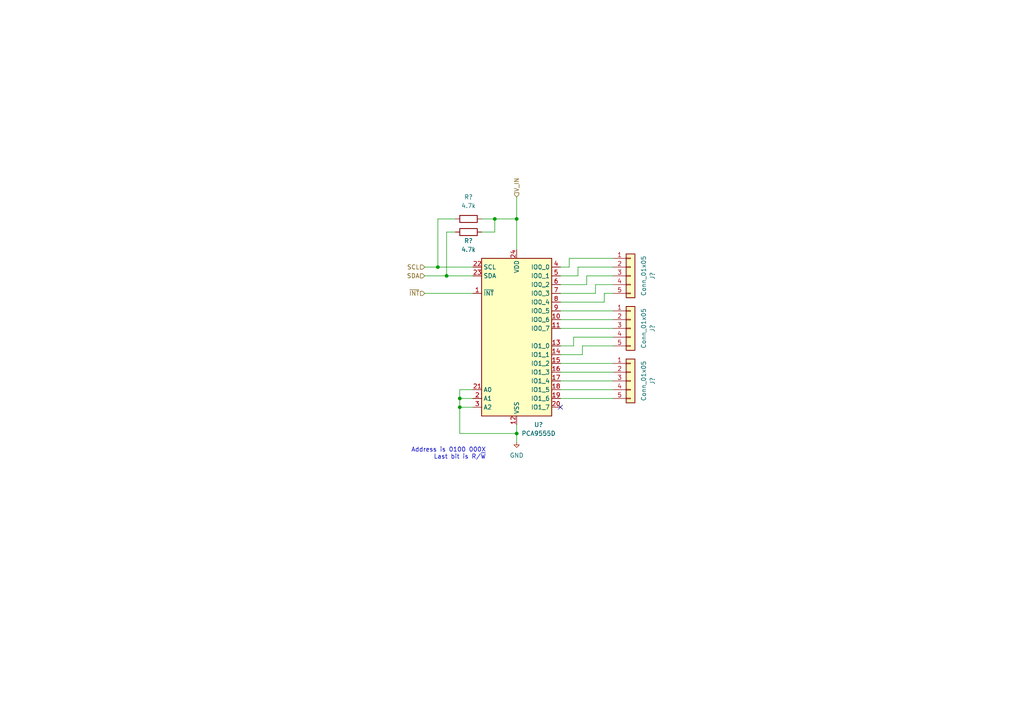
<source format=kicad_sch>
(kicad_sch (version 20211123) (generator eeschema)
  (paper "A4")
  (lib_symbols
    (symbol "Connector_Generic:Conn_01x05" (pin_names (offset 1.016) hide)
      (property "Reference" "J" (at 0 7.62 0))
      (property "Value" "Conn_01x05" (at 0 -7.62 0))
      (symbol "Conn_01x05_1_1"
        (rectangle (start -1.27 -4.953) (end 0 -5.207) (stroke (width 0.1524)))
        (rectangle (start -1.27 -2.413) (end 0 -2.667) (stroke (width 0.1524)))
        (rectangle (start -1.27 0.127) (end 0 -0.127) (stroke (width 0.1524)))
        (rectangle (start -1.27 2.667) (end 0 2.413) (stroke (width 0.1524)))
        (rectangle (start -1.27 5.207) (end 0 4.953) (stroke (width 0.1524)))
        (rectangle (start -1.27 6.35) (end 1.27 -6.35) (stroke (width 0.254)) (fill (type background)))
        (pin passive line (at -5.08 5.08 0) (length 3.81) (name "Pin_1") (number "1"))
        (pin passive line (at -5.08 2.54 0) (length 3.81) (name "Pin_2") (number "2"))
        (pin passive line (at -5.08 0 0) (length 3.81) (name "Pin_3") (number "3"))
        (pin passive line (at -5.08 -2.54 0) (length 3.81) (name "Pin_4") (number "4"))
        (pin passive line (at -5.08 -5.08 0) (length 3.81) (name "Pin_5") (number "5"))
      )
    )
    (symbol "Device:R" (pin_numbers hide) (pin_names (offset 0))
      (property "Reference" "R" (at 2.032 0 90))
      (property "Value" "R" (at 0 0 90))
      (symbol "R_0_1"
        (rectangle (start -1.016 -2.54) (end 1.016 2.54) (stroke (width 0.254)))
      )
      (symbol "R_1_1"
        (pin passive line (at 0 3.81 270) (length 1.27) (name "~") (number "1"))
        (pin passive line (at 0 -3.81 90) (length 1.27) (name "~") (number "2"))
      )
    )
    (symbol "Interface_Expansion:PCA9555D"
      (property "Reference" "U" (at -8.89 24.13 0))
      (property "Value" "PCA9555D" (at 6.35 24.13 0))
      (symbol "PCA9555D_0_1"
        (rectangle (start -10.16 22.86) (end 10.16 -22.86) (stroke (width 0.254)) (fill (type background)))
      )
      (symbol "PCA9555D_1_1"
        (pin open_collector line (at -12.7 12.7 0) (length 2.54) (name "~{INT}") (number "1"))
        (pin bidirectional line (at 12.7 5.08 180) (length 2.54) (name "IO0_6") (number "10"))
        (pin bidirectional line (at 12.7 2.54 180) (length 2.54) (name "IO0_7") (number "11"))
        (pin power_in line (at 0 -25.4 90) (length 2.54) (name "VSS") (number "12"))
        (pin bidirectional line (at 12.7 -2.54 180) (length 2.54) (name "IO1_0") (number "13"))
        (pin bidirectional line (at 12.7 -5.08 180) (length 2.54) (name "IO1_1") (number "14"))
        (pin bidirectional line (at 12.7 -7.62 180) (length 2.54) (name "IO1_2") (number "15"))
        (pin bidirectional line (at 12.7 -10.16 180) (length 2.54) (name "IO1_3") (number "16"))
        (pin bidirectional line (at 12.7 -12.7 180) (length 2.54) (name "IO1_4") (number "17"))
        (pin bidirectional line (at 12.7 -15.24 180) (length 2.54) (name "IO1_5") (number "18"))
        (pin bidirectional line (at 12.7 -17.78 180) (length 2.54) (name "IO1_6") (number "19"))
        (pin input line (at -12.7 -17.78 0) (length 2.54) (name "A1") (number "2"))
        (pin bidirectional line (at 12.7 -20.32 180) (length 2.54) (name "IO1_7") (number "20"))
        (pin input line (at -12.7 -15.24 0) (length 2.54) (name "A0") (number "21"))
        (pin input line (at -12.7 20.32 0) (length 2.54) (name "SCL") (number "22"))
        (pin bidirectional line (at -12.7 17.78 0) (length 2.54) (name "SDA") (number "23"))
        (pin power_in line (at 0 25.4 270) (length 2.54) (name "VDD") (number "24"))
        (pin input line (at -12.7 -20.32 0) (length 2.54) (name "A2") (number "3"))
        (pin bidirectional line (at 12.7 20.32 180) (length 2.54) (name "IO0_0") (number "4"))
        (pin bidirectional line (at 12.7 17.78 180) (length 2.54) (name "IO0_1") (number "5"))
        (pin bidirectional line (at 12.7 15.24 180) (length 2.54) (name "IO0_2") (number "6"))
        (pin bidirectional line (at 12.7 12.7 180) (length 2.54) (name "IO0_3") (number "7"))
        (pin bidirectional line (at 12.7 10.16 180) (length 2.54) (name "IO0_4") (number "8"))
        (pin bidirectional line (at 12.7 7.62 180) (length 2.54) (name "IO0_5") (number "9"))
      )
    )
    (symbol "royale:GND" (power) (pin_numbers hide) (pin_names (offset 1.016) hide)
      (property "Value" "GND" (at 0 -2.54 0))
      (symbol "GND_0_1"
        (polyline (pts (xy 0 0) (xy 0 -0.762)))
        (polyline (pts (xy -0.762 -0.762) (xy 0.762 -0.762) (xy 0 -1.524) (xy -0.762 -0.762)) (fill (type background)))
      )
      (symbol "GND_1_1"
        (pin power_in line (at 0 0 180) (length 0) hide (name "GND") (number "1"))
      )
    )
  )
  (junction (at 149.86 125.73))
  (junction (at 133.35 118.11))
  (junction (at 127 77.47))
  (junction (at 129.54 80.01))
  (junction (at 143.51 63.5))
  (junction (at 149.86 63.5))
  (junction (at 133.35 115.57))
  (no_connect (at 162.56 118.11))
  (wire (pts (xy 133.35 125.73) (xy 149.86 125.73)))
  (wire (pts (xy 162.56 77.47) (xy 165.1 77.47)))
  (wire (pts (xy 129.54 80.01) (xy 137.16 80.01)))
  (wire (pts (xy 166.37 97.79) (xy 177.8 97.79)))
  (wire (pts (xy 162.56 87.63) (xy 175.26 87.63)))
  (wire (pts (xy 165.1 74.93) (xy 177.8 74.93)))
  (wire (pts (xy 133.35 118.11) (xy 137.16 118.11)))
  (wire (pts (xy 162.56 102.87) (xy 168.91 102.87)))
  (wire (pts (xy 172.72 82.55) (xy 177.8 82.55)))
  (wire (pts (xy 143.51 63.5) (xy 143.51 67.31)))
  (wire (pts (xy 137.16 113.03) (xy 133.35 113.03)))
  (wire (pts (xy 133.35 115.57) (xy 137.16 115.57)))
  (wire (pts (xy 123.19 80.01) (xy 129.54 80.01)))
  (wire (pts (xy 133.35 113.03) (xy 133.35 115.57)))
  (wire (pts (xy 162.56 85.09) (xy 172.72 85.09)))
  (wire (pts (xy 162.56 80.01) (xy 167.64 80.01)))
  (wire (pts (xy 166.37 100.33) (xy 166.37 97.79)))
  (wire (pts (xy 123.19 85.09) (xy 137.16 85.09)))
  (wire (pts (xy 162.56 95.25) (xy 177.8 95.25)))
  (wire (pts (xy 168.91 102.87) (xy 168.91 100.33)))
  (wire (pts (xy 149.86 57.15) (xy 149.86 63.5)))
  (wire (pts (xy 132.08 63.5) (xy 127 63.5)))
  (wire (pts (xy 162.56 82.55) (xy 170.18 82.55)))
  (wire (pts (xy 133.35 115.57) (xy 133.35 118.11)))
  (wire (pts (xy 127 63.5) (xy 127 77.47)))
  (wire (pts (xy 127 77.47) (xy 137.16 77.47)))
  (wire (pts (xy 170.18 82.55) (xy 170.18 80.01)))
  (wire (pts (xy 139.7 67.31) (xy 143.51 67.31)))
  (wire (pts (xy 123.19 77.47) (xy 127 77.47)))
  (wire (pts (xy 162.56 105.41) (xy 177.8 105.41)))
  (wire (pts (xy 175.26 87.63) (xy 175.26 85.09)))
  (wire (pts (xy 139.7 63.5) (xy 143.51 63.5)))
  (wire (pts (xy 162.56 100.33) (xy 166.37 100.33)))
  (wire (pts (xy 168.91 100.33) (xy 177.8 100.33)))
  (wire (pts (xy 162.56 92.71) (xy 177.8 92.71)))
  (wire (pts (xy 162.56 90.17) (xy 177.8 90.17)))
  (wire (pts (xy 162.56 107.95) (xy 177.8 107.95)))
  (wire (pts (xy 170.18 80.01) (xy 177.8 80.01)))
  (wire (pts (xy 175.26 85.09) (xy 177.8 85.09)))
  (wire (pts (xy 132.08 67.31) (xy 129.54 67.31)))
  (wire (pts (xy 162.56 113.03) (xy 177.8 113.03)))
  (wire (pts (xy 149.86 125.73) (xy 149.86 128.27)))
  (wire (pts (xy 133.35 118.11) (xy 133.35 125.73)))
  (wire (pts (xy 165.1 77.47) (xy 165.1 74.93)))
  (wire (pts (xy 172.72 85.09) (xy 172.72 82.55)))
  (wire (pts (xy 129.54 67.31) (xy 129.54 80.01)))
  (wire (pts (xy 162.56 110.49) (xy 177.8 110.49)))
  (wire (pts (xy 167.64 77.47) (xy 177.8 77.47)))
  (wire (pts (xy 149.86 63.5) (xy 149.86 72.39)))
  (wire (pts (xy 167.64 80.01) (xy 167.64 77.47)))
  (wire (pts (xy 143.51 63.5) (xy 149.86 63.5)))
  (wire (pts (xy 149.86 123.19) (xy 149.86 125.73)))
  (wire (pts (xy 162.56 115.57) (xy 177.8 115.57)))
  (text "Address is 0100 000X\nLast bit is R/~{W}" (at 140.97 133.35 180) (effects (font (size 1.27 1.27)) (justify right bottom)))
  (hierarchical_label "~{INT}" (shape input) (at 123.19 85.09 180))
  (hierarchical_label "SDA" (shape input) (at 123.19 80.01 180))
  (hierarchical_label "V_IN" (shape input) (at 149.86 57.15 90))
  (hierarchical_label "SCL" (shape input) (at 123.19 77.47 180))
  (symbol (lib_id "Device:R") (at 135.89 67.31 90) (unit 1)
    (property "Reference" "R?" (at 135.89 69.85 90))
    (property "Value" "4.7k" (at 135.89 72.39 90))
  )
  (symbol (lib_id "Connector_Generic:Conn_01x05") (at 182.88 110.49 0) (unit 1)
    (property "Reference" "J?" (at 189.23 110.49 90))
    (property "Value" "Conn_01x05" (at 186.69 110.49 90))
  )
  (symbol (lib_id "Connector_Generic:Conn_01x05") (at 182.88 95.25 0) (unit 1)
    (property "Reference" "J?" (at 189.23 95.25 90))
    (property "Value" "Conn_01x05" (at 186.69 95.25 90))
  )
  (symbol (lib_id "Connector_Generic:Conn_01x05") (at 182.88 80.01 0) (unit 1)
    (property "Reference" "J?" (at 189.23 80.01 90))
    (property "Value" "Conn_01x05" (at 186.69 80.01 90))
  )
  (symbol (lib_id "Device:R") (at 135.89 63.5 90) (unit 1)
    (property "Reference" "R?" (at 135.89 57.15 90))
    (property "Value" "4.7k" (at 135.89 59.69 90))
  )
  (symbol (lib_id "royale:GND") (at 149.86 128.27 0) (unit 1)
    (property "Reference" "#PWR?" (effects hide))
    (property "Value" "GND" (at 149.86 132.08 0))
  )
  (symbol (lib_id "Interface_Expansion:PCA9555D") (at 149.86 97.79 0) (unit 1)
    (property "Reference" "U?" (at 156.21 123.19 0))
    (property "Value" "PCA9555D" (at 156.21 125.73 0))
    (property "Footprint" "Package_SO:SOIC-24W_7.5x15.4mm_P1.27mm" (effects hide))
    (property "Datasheet" "https://www.nxp.com/docs/en/data-sheet/PCA9555.pdf" (effects hide))
  )
)
</source>
